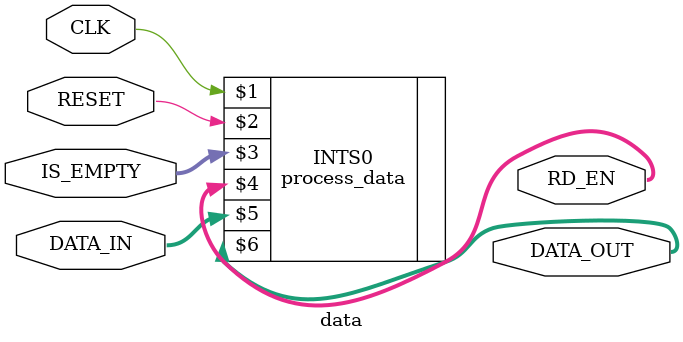
<source format=v>
`timescale 1ns / 1ps


module data(
    CLK, RESET, IS_EMPTY, RD_EN, DATA_IN, DATA_OUT
    );
    
    parameter	NO_FIFO	    = 4;
	parameter	NO_LABEL	= 4;
	parameter 	WIDTH		= 16;
	parameter	BITS		= 2;
	
	input									CLK, RESET;
	input			[NO_FIFO-1:0]			IS_EMPTY;
	input			[NO_FIFO*WIDTH-1:0]		DATA_IN;
	
	output			[NO_LABEL-1:0]			DATA_OUT;
	output reg		[NO_FIFO-1:0]			RD_EN;
	
	process_data INTS0 (
                            CLK, 
                            RESET, 
                            IS_EMPTY, 
                            RD_EN, 
                            DATA_IN, 
                            DATA_OUT
                        );
endmodule

</source>
